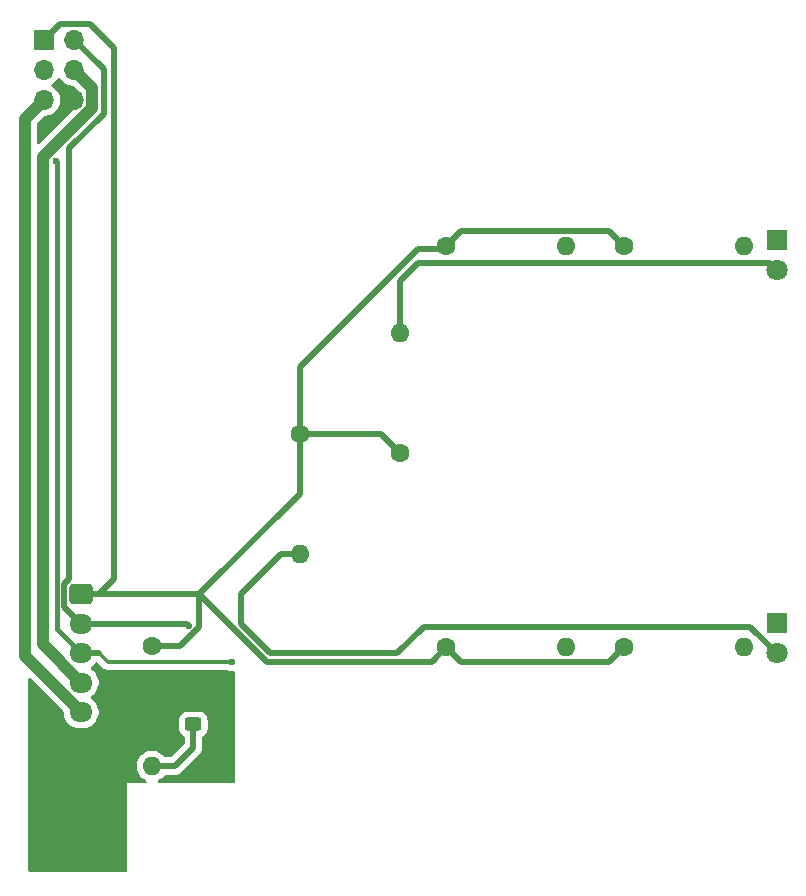
<source format=gbr>
%TF.GenerationSoftware,KiCad,Pcbnew,9.0.0*%
%TF.CreationDate,2025-06-18T11:24:59+09:00*%
%TF.ProjectId,headlight_lower_side,68656164-6c69-4676-9874-5f6c6f776572,00*%
%TF.SameCoordinates,Original*%
%TF.FileFunction,Copper,L1,Top*%
%TF.FilePolarity,Positive*%
%FSLAX46Y46*%
G04 Gerber Fmt 4.6, Leading zero omitted, Abs format (unit mm)*
G04 Created by KiCad (PCBNEW 9.0.0) date 2025-06-18 11:24:59*
%MOMM*%
%LPD*%
G01*
G04 APERTURE LIST*
G04 Aperture macros list*
%AMRoundRect*
0 Rectangle with rounded corners*
0 $1 Rounding radius*
0 $2 $3 $4 $5 $6 $7 $8 $9 X,Y pos of 4 corners*
0 Add a 4 corners polygon primitive as box body*
4,1,4,$2,$3,$4,$5,$6,$7,$8,$9,$2,$3,0*
0 Add four circle primitives for the rounded corners*
1,1,$1+$1,$2,$3*
1,1,$1+$1,$4,$5*
1,1,$1+$1,$6,$7*
1,1,$1+$1,$8,$9*
0 Add four rect primitives between the rounded corners*
20,1,$1+$1,$2,$3,$4,$5,0*
20,1,$1+$1,$4,$5,$6,$7,0*
20,1,$1+$1,$6,$7,$8,$9,0*
20,1,$1+$1,$8,$9,$2,$3,0*%
G04 Aperture macros list end*
%TA.AperFunction,ComponentPad*%
%ADD10C,1.600000*%
%TD*%
%TA.AperFunction,ComponentPad*%
%ADD11O,1.600000X1.600000*%
%TD*%
%TA.AperFunction,SMDPad,CuDef*%
%ADD12RoundRect,0.250000X-0.450000X0.325000X-0.450000X-0.325000X0.450000X-0.325000X0.450000X0.325000X0*%
%TD*%
%TA.AperFunction,ComponentPad*%
%ADD13RoundRect,0.250000X-0.725000X0.600000X-0.725000X-0.600000X0.725000X-0.600000X0.725000X0.600000X0*%
%TD*%
%TA.AperFunction,ComponentPad*%
%ADD14O,1.950000X1.700000*%
%TD*%
%TA.AperFunction,ComponentPad*%
%ADD15R,1.700000X1.700000*%
%TD*%
%TA.AperFunction,ComponentPad*%
%ADD16O,1.700000X1.700000*%
%TD*%
%TA.AperFunction,ComponentPad*%
%ADD17R,1.800000X1.800000*%
%TD*%
%TA.AperFunction,ComponentPad*%
%ADD18C,1.800000*%
%TD*%
%TA.AperFunction,ViaPad*%
%ADD19C,0.600000*%
%TD*%
%TA.AperFunction,Conductor*%
%ADD20C,0.500000*%
%TD*%
%TA.AperFunction,Conductor*%
%ADD21C,0.300000*%
%TD*%
%TA.AperFunction,Conductor*%
%ADD22C,0.400000*%
%TD*%
%TA.AperFunction,Conductor*%
%ADD23C,1.000000*%
%TD*%
G04 APERTURE END LIST*
D10*
%TO.P,R5,1*%
%TO.N,+5.1V*%
X78000000Y-62580000D03*
D11*
%TO.P,R5,2*%
%TO.N,Net-(IR1-A)*%
X78000000Y-52420000D03*
%TD*%
D10*
%TO.P,R2,1*%
%TO.N,+5.1V*%
X96920000Y-79000000D03*
D11*
%TO.P,R2,2*%
%TO.N,Net-(LB2-A)*%
X107080000Y-79000000D03*
%TD*%
D10*
%TO.P,R7,1*%
%TO.N,+5.1V*%
X57000000Y-78920000D03*
D11*
%TO.P,R7,2*%
%TO.N,Net-(PWR1-A)*%
X57000000Y-89080000D03*
%TD*%
D10*
%TO.P,R1,1*%
%TO.N,+5.1V*%
X96920000Y-45000000D03*
D11*
%TO.P,R1,2*%
%TO.N,Net-(LB1-A)*%
X107080000Y-45000000D03*
%TD*%
D10*
%TO.P,R6,1*%
%TO.N,+5.1V*%
X69500000Y-60920000D03*
D11*
%TO.P,R6,2*%
%TO.N,Net-(IR2-A)*%
X69500000Y-71080000D03*
%TD*%
D12*
%TO.P,PWR1,1,K*%
%TO.N,GND*%
X60500000Y-83475000D03*
%TO.P,PWR1,2,A*%
%TO.N,Net-(PWR1-A)*%
X60500000Y-85525000D03*
%TD*%
D10*
%TO.P,R4,1*%
%TO.N,+5.1V*%
X81920000Y-79000000D03*
D11*
%TO.P,R4,2*%
%TO.N,Net-(LB4-A)*%
X92080000Y-79000000D03*
%TD*%
D10*
%TO.P,R3,1*%
%TO.N,+5.1V*%
X81920000Y-45000000D03*
D11*
%TO.P,R3,2*%
%TO.N,Net-(LB3-A)*%
X92080000Y-45000000D03*
%TD*%
D13*
%TO.P,J1,1,Pin_1*%
%TO.N,+5.1V*%
X51000000Y-74500000D03*
D14*
%TO.P,J1,2,Pin_2*%
%TO.N,LB*%
X51000000Y-77000000D03*
%TO.P,J1,3,Pin_3*%
%TO.N,IR*%
X51000000Y-79500000D03*
%TO.P,J1,4,Pin_4*%
%TO.N,HB_A*%
X51000000Y-82000000D03*
%TO.P,J1,5,Pin_5*%
%TO.N,HB_K*%
X51000000Y-84500000D03*
%TO.P,J1,6,Pin_6*%
%TO.N,GND*%
X51000000Y-87000000D03*
%TD*%
D15*
%TO.P,J2,1,Pin_1*%
%TO.N,+5.1V*%
X47850000Y-27575000D03*
D16*
%TO.P,J2,2,Pin_2*%
%TO.N,LB*%
X50390000Y-27575000D03*
%TO.P,J2,3,Pin_3*%
%TO.N,IR*%
X47850000Y-30115000D03*
%TO.P,J2,4,Pin_4*%
%TO.N,HB_A*%
X50390000Y-30115000D03*
%TO.P,J2,5,Pin_5*%
%TO.N,HB_K*%
X47850000Y-32655000D03*
%TO.P,J2,6,Pin_6*%
%TO.N,GND*%
X50390000Y-32655000D03*
%TD*%
D17*
%TO.P,IR2,1,K*%
%TO.N,IR*%
X109895000Y-76960000D03*
D18*
%TO.P,IR2,2,A*%
%TO.N,Net-(IR2-A)*%
X109895000Y-79500000D03*
%TD*%
D17*
%TO.P,IR1,1,K*%
%TO.N,IR*%
X109895000Y-44500000D03*
D18*
%TO.P,IR1,2,A*%
%TO.N,Net-(IR1-A)*%
X109895000Y-47040000D03*
%TD*%
D19*
%TO.N,IR*%
X63750000Y-80218963D03*
X48826330Y-37826330D03*
%TO.N,LB*%
X60094669Y-77155331D03*
%TO.N,GND*%
X47250000Y-82750000D03*
X54250000Y-81250000D03*
X47250000Y-97250000D03*
X54250000Y-97000000D03*
X54250000Y-90500000D03*
X63500000Y-89750000D03*
X47250000Y-90250000D03*
X63250000Y-81500000D03*
%TD*%
D20*
%TO.N,Net-(IR1-A)*%
X79500000Y-46500000D02*
X78000000Y-48000000D01*
X109355000Y-46500000D02*
X79500000Y-46500000D01*
X78000000Y-48000000D02*
X78000000Y-52420000D01*
X109895000Y-47040000D02*
X109355000Y-46500000D01*
D21*
%TO.N,IR*%
X63750000Y-80218963D02*
X63158301Y-80218963D01*
D22*
X48923000Y-77423000D02*
X48923000Y-37923000D01*
D21*
X53250000Y-80250000D02*
X52500000Y-79500000D01*
D20*
X52500000Y-79500000D02*
X52000000Y-79500000D01*
D22*
X48923000Y-77423000D02*
X51000000Y-79500000D01*
D21*
X63127264Y-80250000D02*
X53250000Y-80250000D01*
D22*
X48923000Y-37923000D02*
X48826330Y-37826330D01*
D21*
X63158301Y-80218963D02*
X63127264Y-80250000D01*
D20*
%TO.N,Net-(IR2-A)*%
X109895000Y-79500000D02*
X107645000Y-77250000D01*
X67920000Y-71080000D02*
X69500000Y-71080000D01*
X77750000Y-79500000D02*
X67000000Y-79500000D01*
X107645000Y-77250000D02*
X80000000Y-77250000D01*
X64500000Y-74500000D02*
X67920000Y-71080000D01*
X67000000Y-79500000D02*
X64500000Y-77000000D01*
X64500000Y-77000000D02*
X64500000Y-74500000D01*
X80000000Y-77250000D02*
X77750000Y-79500000D01*
D23*
%TO.N,HB_K*%
X51000000Y-84500000D02*
X46250000Y-79750000D01*
X46250000Y-79750000D02*
X46250000Y-34255000D01*
X46250000Y-34255000D02*
X47850000Y-32655000D01*
%TO.N,HB_A*%
X51941000Y-31666000D02*
X50390000Y-30115000D01*
X47750000Y-78750000D02*
X47750000Y-37488446D01*
X47750000Y-37488446D02*
X51941000Y-33297446D01*
X51941000Y-33297446D02*
X51941000Y-31666000D01*
X51000000Y-82000000D02*
X47750000Y-78750000D01*
D20*
%TO.N,LB*%
X50000000Y-73199000D02*
X50000000Y-36750000D01*
X52892000Y-33858000D02*
X52892000Y-30077000D01*
X49977708Y-73199000D02*
X50000000Y-73199000D01*
X50000000Y-36750000D02*
X52892000Y-33858000D01*
X52892000Y-30077000D02*
X50390000Y-27575000D01*
X59939338Y-77000000D02*
X51000000Y-77000000D01*
X49574000Y-73602708D02*
X49977708Y-73199000D01*
X49574000Y-75574000D02*
X49574000Y-73602708D01*
X51000000Y-77000000D02*
X49574000Y-75574000D01*
X60094669Y-77155331D02*
X59939338Y-77000000D01*
%TO.N,+5.1V*%
X53749000Y-73251000D02*
X53749000Y-28250000D01*
X59392075Y-78920000D02*
X57000000Y-78920000D01*
X81920000Y-79000000D02*
X83170000Y-80250000D01*
X69500000Y-60920000D02*
X76340000Y-60920000D01*
X61000000Y-74500000D02*
X57750000Y-74500000D01*
X49174000Y-26251000D02*
X47850000Y-27575000D01*
X61000000Y-77312075D02*
X59392075Y-78920000D01*
X81920000Y-45000000D02*
X81670000Y-45250000D01*
X51000000Y-74500000D02*
X52500000Y-74500000D01*
X51750000Y-26251000D02*
X49174000Y-26251000D01*
X76340000Y-60920000D02*
X78000000Y-62580000D01*
X80671000Y-80249000D02*
X66749000Y-80249000D01*
X52500000Y-74500000D02*
X53749000Y-73251000D01*
X61000000Y-74500000D02*
X61000000Y-77312075D01*
X95670000Y-43750000D02*
X96920000Y-45000000D01*
X95670000Y-80250000D02*
X96920000Y-79000000D01*
X83170000Y-43750000D02*
X95670000Y-43750000D01*
X66749000Y-80249000D02*
X61000000Y-74500000D01*
X53749000Y-28250000D02*
X51750000Y-26251000D01*
X69500000Y-66000000D02*
X61000000Y-74500000D01*
X53500000Y-74500000D02*
X51000000Y-74500000D01*
X81920000Y-79000000D02*
X80671000Y-80249000D01*
X79500000Y-45250000D02*
X69500000Y-55250000D01*
X69580000Y-60920000D02*
X69500000Y-61000000D01*
X69500000Y-55250000D02*
X69500000Y-60920000D01*
X81920000Y-45000000D02*
X83170000Y-43750000D01*
X83170000Y-80250000D02*
X95670000Y-80250000D01*
X81670000Y-45250000D02*
X79500000Y-45250000D01*
X69500000Y-61000000D02*
X69500000Y-66000000D01*
X57750000Y-74500000D02*
X53500000Y-74500000D01*
%TO.N,Net-(PWR1-A)*%
X60500000Y-87500000D02*
X60500000Y-85525000D01*
X58920000Y-89080000D02*
X57000000Y-89080000D01*
X60500000Y-87500000D02*
X58920000Y-89080000D01*
%TD*%
%TA.AperFunction,Conductor*%
%TO.N,GND*%
G36*
X52384742Y-80304705D02*
G01*
X52386003Y-80305949D01*
X52579555Y-80499500D01*
X52744724Y-80664669D01*
X52805431Y-80725376D01*
X52835332Y-80755277D01*
X52941866Y-80826461D01*
X52941872Y-80826464D01*
X52941873Y-80826465D01*
X53060256Y-80875501D01*
X53060260Y-80875501D01*
X53060261Y-80875502D01*
X53185928Y-80900500D01*
X53185931Y-80900500D01*
X63191334Y-80900500D01*
X63206899Y-80897403D01*
X63247141Y-80889398D01*
X63316732Y-80895624D01*
X63340223Y-80907912D01*
X63370821Y-80928357D01*
X63370822Y-80928357D01*
X63370823Y-80928358D01*
X63370825Y-80928359D01*
X63500499Y-80982071D01*
X63516503Y-80988700D01*
X63648691Y-81014994D01*
X63671153Y-81019462D01*
X63671156Y-81019463D01*
X63671158Y-81019463D01*
X63828842Y-81019463D01*
X63851308Y-81014994D01*
X63920898Y-81021220D01*
X63976076Y-81064082D01*
X63999322Y-81129971D01*
X63999500Y-81136611D01*
X63999500Y-90376000D01*
X63979815Y-90443039D01*
X63927011Y-90488794D01*
X63875500Y-90500000D01*
X57594187Y-90500000D01*
X57527148Y-90480315D01*
X57481393Y-90427511D01*
X57471449Y-90358353D01*
X57500474Y-90294797D01*
X57537892Y-90265515D01*
X57681610Y-90192287D01*
X57702770Y-90176913D01*
X57847213Y-90071971D01*
X57847215Y-90071968D01*
X57847219Y-90071966D01*
X57991966Y-89927219D01*
X57994650Y-89923524D01*
X58025100Y-89881615D01*
X58080429Y-89838949D01*
X58125418Y-89830500D01*
X58993920Y-89830500D01*
X59091462Y-89811096D01*
X59138913Y-89801658D01*
X59275495Y-89745084D01*
X59324729Y-89712186D01*
X59398416Y-89662952D01*
X61082951Y-87978416D01*
X61165084Y-87855495D01*
X61221658Y-87718913D01*
X61250500Y-87573918D01*
X61250500Y-86615638D01*
X61270185Y-86548599D01*
X61309401Y-86510100D01*
X61418656Y-86442712D01*
X61542712Y-86318656D01*
X61634814Y-86169334D01*
X61689999Y-86002797D01*
X61700500Y-85900009D01*
X61700499Y-85149992D01*
X61689999Y-85047203D01*
X61634814Y-84880666D01*
X61542712Y-84731344D01*
X61418656Y-84607288D01*
X61269334Y-84515186D01*
X61102797Y-84460001D01*
X61102795Y-84460000D01*
X61000010Y-84449500D01*
X59999998Y-84449500D01*
X59999980Y-84449501D01*
X59897203Y-84460000D01*
X59897200Y-84460001D01*
X59730668Y-84515185D01*
X59730663Y-84515187D01*
X59581342Y-84607289D01*
X59457289Y-84731342D01*
X59365187Y-84880663D01*
X59365186Y-84880666D01*
X59310001Y-85047203D01*
X59310001Y-85047204D01*
X59310000Y-85047204D01*
X59299500Y-85149983D01*
X59299500Y-85900001D01*
X59299501Y-85900019D01*
X59310000Y-86002796D01*
X59310001Y-86002799D01*
X59365185Y-86169331D01*
X59365186Y-86169334D01*
X59457288Y-86318656D01*
X59581344Y-86442712D01*
X59690597Y-86510099D01*
X59737321Y-86562047D01*
X59749500Y-86615638D01*
X59749500Y-87137770D01*
X59729815Y-87204809D01*
X59713181Y-87225451D01*
X58645451Y-88293181D01*
X58584128Y-88326666D01*
X58557770Y-88329500D01*
X58125418Y-88329500D01*
X58058379Y-88309815D01*
X58025100Y-88278385D01*
X57991971Y-88232787D01*
X57991967Y-88232782D01*
X57847213Y-88088028D01*
X57681613Y-87967715D01*
X57681612Y-87967714D01*
X57681610Y-87967713D01*
X57624653Y-87938691D01*
X57499223Y-87874781D01*
X57304534Y-87811522D01*
X57129995Y-87783878D01*
X57102352Y-87779500D01*
X56897648Y-87779500D01*
X56873329Y-87783351D01*
X56695465Y-87811522D01*
X56500776Y-87874781D01*
X56318386Y-87967715D01*
X56152786Y-88088028D01*
X56008028Y-88232786D01*
X55887715Y-88398386D01*
X55794781Y-88580776D01*
X55731522Y-88775465D01*
X55699500Y-88977648D01*
X55699500Y-89182351D01*
X55731522Y-89384534D01*
X55794781Y-89579223D01*
X55887715Y-89761613D01*
X56008028Y-89927213D01*
X56152786Y-90071971D01*
X56318385Y-90192284D01*
X56318387Y-90192285D01*
X56318390Y-90192287D01*
X56462108Y-90265515D01*
X56512904Y-90313490D01*
X56529699Y-90381311D01*
X56507162Y-90447446D01*
X56452446Y-90490897D01*
X56405813Y-90500000D01*
X54900000Y-90500000D01*
X54900000Y-97875501D01*
X54880315Y-97942540D01*
X54827511Y-97988295D01*
X54776000Y-97999501D01*
X46624000Y-97999501D01*
X46556961Y-97979816D01*
X46511206Y-97927012D01*
X46500000Y-97875501D01*
X46500000Y-81714282D01*
X46519685Y-81647243D01*
X46572489Y-81601488D01*
X46641647Y-81591544D01*
X46705203Y-81620569D01*
X46711681Y-81626601D01*
X49488181Y-84403101D01*
X49521666Y-84464424D01*
X49524500Y-84490782D01*
X49524500Y-84606287D01*
X49557754Y-84816243D01*
X49578686Y-84880666D01*
X49623444Y-85018414D01*
X49719951Y-85207820D01*
X49844890Y-85379786D01*
X49995213Y-85530109D01*
X50167179Y-85655048D01*
X50167181Y-85655049D01*
X50167184Y-85655051D01*
X50356588Y-85751557D01*
X50558757Y-85817246D01*
X50768713Y-85850500D01*
X50768714Y-85850500D01*
X51231286Y-85850500D01*
X51231287Y-85850500D01*
X51441243Y-85817246D01*
X51643412Y-85751557D01*
X51832816Y-85655051D01*
X51854789Y-85639086D01*
X52004786Y-85530109D01*
X52004788Y-85530106D01*
X52004792Y-85530104D01*
X52155104Y-85379792D01*
X52155106Y-85379788D01*
X52155109Y-85379786D01*
X52280048Y-85207820D01*
X52280047Y-85207820D01*
X52280051Y-85207816D01*
X52376557Y-85018412D01*
X52442246Y-84816243D01*
X52475500Y-84606287D01*
X52475500Y-84393713D01*
X52442246Y-84183757D01*
X52376557Y-83981588D01*
X52280051Y-83792184D01*
X52280049Y-83792181D01*
X52280048Y-83792179D01*
X52155109Y-83620213D01*
X52004792Y-83469896D01*
X51840204Y-83350316D01*
X51797540Y-83294989D01*
X51791561Y-83225376D01*
X51824166Y-83163580D01*
X51840199Y-83149686D01*
X52004792Y-83030104D01*
X52155104Y-82879792D01*
X52155106Y-82879788D01*
X52155109Y-82879786D01*
X52280048Y-82707820D01*
X52280047Y-82707820D01*
X52280051Y-82707816D01*
X52376557Y-82518412D01*
X52442246Y-82316243D01*
X52475500Y-82106287D01*
X52475500Y-81893713D01*
X52442246Y-81683757D01*
X52376557Y-81481588D01*
X52280051Y-81292184D01*
X52280049Y-81292181D01*
X52280048Y-81292179D01*
X52155109Y-81120213D01*
X52004792Y-80969896D01*
X51840204Y-80850316D01*
X51797540Y-80794989D01*
X51791561Y-80725376D01*
X51824166Y-80663580D01*
X51840199Y-80649686D01*
X52004792Y-80530104D01*
X52155104Y-80379792D01*
X52198004Y-80320745D01*
X52253333Y-80278079D01*
X52322947Y-80272100D01*
X52384742Y-80304705D01*
G37*
%TD.AperFunction*%
%TA.AperFunction,Conductor*%
G36*
X49191444Y-30768999D02*
G01*
X49230486Y-30814056D01*
X49234951Y-30822820D01*
X49359890Y-30994786D01*
X49510213Y-31145109D01*
X49682179Y-31270048D01*
X49682181Y-31270049D01*
X49682184Y-31270051D01*
X49871588Y-31366557D01*
X50073757Y-31432246D01*
X50283713Y-31465500D01*
X50283714Y-31465500D01*
X50288525Y-31466262D01*
X50288357Y-31467321D01*
X50348829Y-31490362D01*
X50361503Y-31501423D01*
X50904181Y-32044101D01*
X50937666Y-32105424D01*
X50940500Y-32131782D01*
X50940500Y-32831664D01*
X50920815Y-32898703D01*
X50904181Y-32919345D01*
X47462181Y-36361345D01*
X47400858Y-36394830D01*
X47331166Y-36389846D01*
X47275233Y-36347974D01*
X47250816Y-36282510D01*
X47250500Y-36273664D01*
X47250500Y-34720782D01*
X47270185Y-34653743D01*
X47286819Y-34633101D01*
X47878499Y-34041421D01*
X47939820Y-34007938D01*
X47955291Y-34005657D01*
X47956282Y-34005500D01*
X47956287Y-34005500D01*
X48166243Y-33972246D01*
X48368412Y-33906557D01*
X48557816Y-33810051D01*
X48597683Y-33781086D01*
X48729786Y-33685109D01*
X48729788Y-33685106D01*
X48729792Y-33685104D01*
X48880104Y-33534792D01*
X48880106Y-33534788D01*
X48880109Y-33534786D01*
X49005048Y-33362820D01*
X49005047Y-33362820D01*
X49005051Y-33362816D01*
X49101557Y-33173412D01*
X49167246Y-32971243D01*
X49200500Y-32761287D01*
X49200500Y-32548713D01*
X49167246Y-32338757D01*
X49101557Y-32136588D01*
X49005051Y-31947184D01*
X49005049Y-31947181D01*
X49005048Y-31947179D01*
X48880109Y-31775213D01*
X48729786Y-31624890D01*
X48557820Y-31499951D01*
X48557115Y-31499591D01*
X48549054Y-31495485D01*
X48498259Y-31447512D01*
X48481463Y-31379692D01*
X48503999Y-31313556D01*
X48549054Y-31274515D01*
X48557816Y-31270051D01*
X48579789Y-31254086D01*
X48729786Y-31145109D01*
X48729788Y-31145106D01*
X48729792Y-31145104D01*
X48880104Y-30994792D01*
X48880106Y-30994788D01*
X48880109Y-30994786D01*
X49005048Y-30822820D01*
X49005047Y-30822820D01*
X49005051Y-30822816D01*
X49009514Y-30814054D01*
X49057488Y-30763259D01*
X49125308Y-30746463D01*
X49191444Y-30768999D01*
G37*
%TD.AperFunction*%
%TD*%
M02*

</source>
